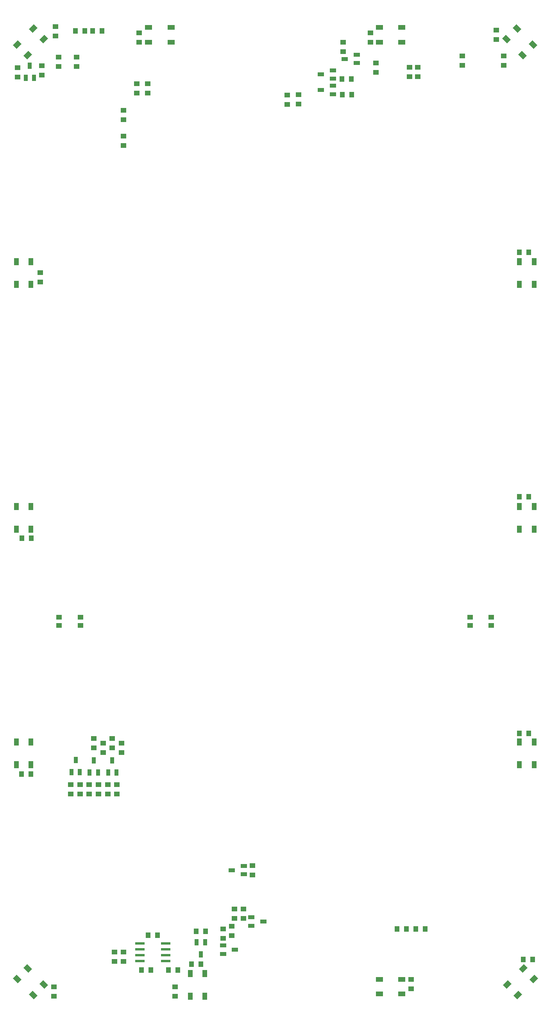
<source format=gbp>
G04*
G04 #@! TF.GenerationSoftware,Altium Limited,Altium Designer,18.1.7 (191)*
G04*
G04 Layer_Color=128*
%FSLAX44Y44*%
%MOMM*%
G71*
G01*
G75*
%ADD79R,1.2700X1.0160*%
%ADD80R,1.0160X1.2700*%
%ADD92R,1.4000X0.9000*%
%ADD96R,0.9000X1.4000*%
%ADD201R,1.1000X1.5000*%
%ADD202R,1.2000X1.0000*%
G04:AMPARAMS|DCode=203|XSize=1.1mm|YSize=1.5mm|CornerRadius=0mm|HoleSize=0mm|Usage=FLASHONLY|Rotation=135.000|XOffset=0mm|YOffset=0mm|HoleType=Round|Shape=Rectangle|*
%AMROTATEDRECTD203*
4,1,4,0.9192,0.1414,-0.1414,-0.9192,-0.9192,-0.1414,0.1414,0.9192,0.9192,0.1414,0.0*
%
%ADD203ROTATEDRECTD203*%

%ADD204R,1.5000X1.1000*%
%ADD205R,2.0000X0.6000*%
G04:AMPARAMS|DCode=206|XSize=1.1mm|YSize=1.5mm|CornerRadius=0mm|HoleSize=0mm|Usage=FLASHONLY|Rotation=45.000|XOffset=0mm|YOffset=0mm|HoleType=Round|Shape=Rectangle|*
%AMROTATEDRECTD206*
4,1,4,0.1414,-0.9192,-0.9192,0.1414,-0.1414,0.9192,0.9192,-0.1414,0.1414,-0.9192,0.0*
%
%ADD206ROTATEDRECTD206*%

D79*
X181000Y-1667160D02*
D03*
Y-1646840D02*
D03*
X162000Y-1667160D02*
D03*
Y-1646840D02*
D03*
X156000Y-1683840D02*
D03*
Y-1704160D02*
D03*
X137000Y-1689840D02*
D03*
Y-1710160D02*
D03*
X-83000Y-1288090D02*
D03*
Y-1308410D02*
D03*
X-123000Y-1288250D02*
D03*
Y-1308570D02*
D03*
X-93000Y-1378090D02*
D03*
Y-1398410D02*
D03*
X-113000Y-1398250D02*
D03*
Y-1377930D02*
D03*
X-133000Y-1378107D02*
D03*
Y-1398427D02*
D03*
X-153000Y-1398410D02*
D03*
Y-1378090D02*
D03*
X-173000Y-1398410D02*
D03*
Y-1378090D02*
D03*
X-193000Y-1398410D02*
D03*
Y-1378090D02*
D03*
X-79000Y26160D02*
D03*
Y5840D02*
D03*
Y82220D02*
D03*
Y61900D02*
D03*
X-255549Y158300D02*
D03*
Y178620D02*
D03*
X-308000Y174160D02*
D03*
Y153840D02*
D03*
X-180700Y176680D02*
D03*
Y197000D02*
D03*
X-219000Y176680D02*
D03*
Y197000D02*
D03*
X-45000Y249160D02*
D03*
Y228840D02*
D03*
X275875Y94840D02*
D03*
Y115160D02*
D03*
X301000Y95840D02*
D03*
Y116160D02*
D03*
X541000Y175160D02*
D03*
Y154840D02*
D03*
X559000D02*
D03*
Y175160D02*
D03*
X655600Y199760D02*
D03*
Y179440D02*
D03*
X745000Y199760D02*
D03*
Y179440D02*
D03*
X-98000Y-1760160D02*
D03*
Y-1739840D02*
D03*
X-79000Y-1760160D02*
D03*
Y-1739840D02*
D03*
X397500Y208840D02*
D03*
Y229160D02*
D03*
X468000Y163840D02*
D03*
Y184160D02*
D03*
X201000Y-1552840D02*
D03*
Y-1573160D02*
D03*
X-50000Y118840D02*
D03*
Y139160D02*
D03*
X-26000Y118840D02*
D03*
Y139160D02*
D03*
X729000Y234840D02*
D03*
Y255160D02*
D03*
X456000Y249320D02*
D03*
Y229000D02*
D03*
X544090Y-1819320D02*
D03*
Y-1799000D02*
D03*
X33000Y-1815840D02*
D03*
Y-1836160D02*
D03*
X-229000D02*
D03*
Y-1815840D02*
D03*
X-226000Y263160D02*
D03*
Y242840D02*
D03*
X-259000Y-290160D02*
D03*
Y-269840D02*
D03*
X-103000Y-1278090D02*
D03*
Y-1298410D02*
D03*
X-143000Y-1277930D02*
D03*
Y-1298250D02*
D03*
D80*
X808160Y-1756000D02*
D03*
X787840D02*
D03*
X554840Y-1690000D02*
D03*
X575160D02*
D03*
X534660D02*
D03*
X514340D02*
D03*
X19000Y-1779000D02*
D03*
X39320D02*
D03*
X-19790D02*
D03*
X-40110D02*
D03*
X-25160Y-1704000D02*
D03*
X-4840D02*
D03*
X-145266Y254000D02*
D03*
X-124946D02*
D03*
X416160Y116000D02*
D03*
X395840D02*
D03*
X-183160Y254000D02*
D03*
X-162840D02*
D03*
X394840Y150000D02*
D03*
X415160D02*
D03*
X89000Y-1766000D02*
D03*
X68680D02*
D03*
X99160Y-1695000D02*
D03*
X78840D02*
D03*
X778840Y-755000D02*
D03*
X799160D02*
D03*
Y-1267000D02*
D03*
X778840D02*
D03*
X799160Y-225400D02*
D03*
X778840D02*
D03*
X-279000Y-1355000D02*
D03*
X-299320D02*
D03*
X-299160Y-844000D02*
D03*
X-278840D02*
D03*
D92*
X224340Y-1674000D02*
D03*
X198340Y-1665000D02*
D03*
Y-1683000D02*
D03*
X163000Y-1735000D02*
D03*
X137000Y-1726000D02*
D03*
Y-1744000D02*
D03*
X156000Y-1563000D02*
D03*
X182000Y-1572000D02*
D03*
Y-1554000D02*
D03*
X349000Y126000D02*
D03*
X375000Y117000D02*
D03*
Y135000D02*
D03*
X349000Y159372D02*
D03*
X375000Y150372D02*
D03*
Y168372D02*
D03*
X400501Y193000D02*
D03*
X426501Y184000D02*
D03*
Y202000D02*
D03*
D96*
X89000Y-1745000D02*
D03*
X98000Y-1719000D02*
D03*
X80000D02*
D03*
X-103000Y-1325250D02*
D03*
X-112000Y-1351250D02*
D03*
X-94000D02*
D03*
X-134000D02*
D03*
X-152000D02*
D03*
X-143000Y-1325250D02*
D03*
X-173350Y-1350790D02*
D03*
X-191350D02*
D03*
X-182350Y-1324790D02*
D03*
X-272713Y152000D02*
D03*
X-290713D02*
D03*
X-281713Y178000D02*
D03*
D201*
X811000Y-294500D02*
D03*
X779000D02*
D03*
X811000Y-245500D02*
D03*
X779000D02*
D03*
X811000Y-824500D02*
D03*
X779000Y-824500D02*
D03*
X811000Y-775500D02*
D03*
X779000Y-775500D02*
D03*
X811000Y-1334500D02*
D03*
X779000D02*
D03*
X811000Y-1285500D02*
D03*
X779000D02*
D03*
X97810Y-1835622D02*
D03*
X65810Y-1835622D02*
D03*
X97810Y-1786622D02*
D03*
X65810Y-1786622D02*
D03*
X-279000Y-1334500D02*
D03*
X-311000Y-1334500D02*
D03*
X-279000Y-1285500D02*
D03*
X-311000Y-1285500D02*
D03*
Y-775500D02*
D03*
X-279000D02*
D03*
X-311000Y-824500D02*
D03*
X-279000D02*
D03*
X-311000Y-245500D02*
D03*
X-279000D02*
D03*
X-311000Y-294500D02*
D03*
X-279000D02*
D03*
D202*
X718000Y-1015000D02*
D03*
X672000Y-1033000D02*
D03*
Y-1015000D02*
D03*
X718000Y-1033000D02*
D03*
X-172000D02*
D03*
X-218000Y-1015000D02*
D03*
Y-1033000D02*
D03*
X-172000Y-1015000D02*
D03*
D203*
X775352Y-1833258D02*
D03*
X752724Y-1810630D02*
D03*
X810000Y-1798610D02*
D03*
X787373Y-1775982D02*
D03*
X-273990Y258638D02*
D03*
X-251362Y236010D02*
D03*
X-308638Y223990D02*
D03*
X-286010Y201362D02*
D03*
D204*
X475500Y-1831000D02*
D03*
X475500Y-1799000D02*
D03*
X524500Y-1831000D02*
D03*
X524500Y-1799000D02*
D03*
X-24500Y229000D02*
D03*
Y261000D02*
D03*
X24500Y229000D02*
D03*
Y261000D02*
D03*
X524500D02*
D03*
Y229000D02*
D03*
X475500Y261000D02*
D03*
Y229000D02*
D03*
D205*
X-42940Y-1759200D02*
D03*
Y-1746500D02*
D03*
Y-1733800D02*
D03*
Y-1721100D02*
D03*
X12940Y-1759200D02*
D03*
Y-1746500D02*
D03*
Y-1733800D02*
D03*
Y-1721100D02*
D03*
D206*
X-308638Y-1798612D02*
D03*
X-286010Y-1775985D02*
D03*
X-273990Y-1833260D02*
D03*
X-251362Y-1810633D02*
D03*
X808638Y223990D02*
D03*
X786010Y201362D02*
D03*
X773990Y258638D02*
D03*
X751362Y236010D02*
D03*
M02*

</source>
